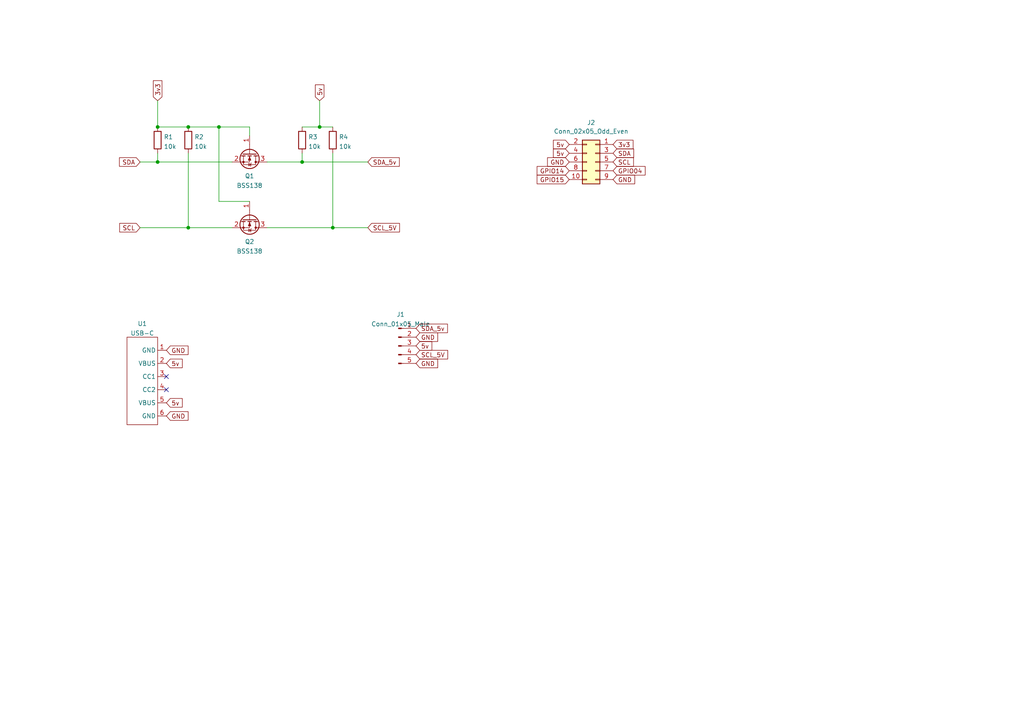
<source format=kicad_sch>
(kicad_sch (version 20211123) (generator eeschema)
  (paper "A4")
  (title_block (title "A³ Moc - Potiboard") (date "2022-09-27") (rev "v.0.3") (company "A3 Audio UG (haftungsbeschränkt)") (comment 1 "Felix Dahmen") (comment 3 "https://github.com/a3-audio/a3-hardware") (comment 4 "Licensed under CERN-OHL-S v2 or later"))
  (lib_symbols
    (symbol "3dAudioSym:USB-C"
      (property "Reference" "U" (at 2.54 5.08 0))
      (property "Value" "USB-C" (at -5.08 6.35 0))
      (symbol "USB-C_0_1"
        (rectangle (start -8.89 5.08) (end 0 -20.32) (stroke (width 0.1524)))
      )
      (symbol "USB-C_1_1"
        (pin power_out line (at 2.54 1.27 180) (length 2.54) (name "GND") (number "1"))
        (pin power_out line (at 2.54 -2.54 180) (length 2.54) (name "VBUS") (number "2"))
        (pin input line (at 2.54 -6.35 180) (length 2.54) (name "CC1") (number "3"))
        (pin input line (at 2.54 -10.16 180) (length 2.54) (name "CC2") (number "4"))
        (pin power_out line (at 2.54 -13.97 180) (length 2.54) (name "VBUS") (number "5"))
        (pin power_out line (at 2.54 -17.78 180) (length 2.54) (name "GND") (number "6"))
      )
    )
    (symbol "Connector:Conn_01x05_Male" (pin_names (offset 1.016) hide)
      (property "Reference" "J" (at 0 7.62 0))
      (property "Value" "Conn_01x05_Male" (at 0 -7.62 0))
      (symbol "Conn_01x05_Male_1_1"
        (polyline (pts (xy 1.27 -5.08) (xy 0.8636 -5.08)) (stroke (width 0.1524)))
        (polyline (pts (xy 1.27 -2.54) (xy 0.8636 -2.54)) (stroke (width 0.1524)))
        (polyline (pts (xy 1.27 0) (xy 0.8636 0)) (stroke (width 0.1524)))
        (polyline (pts (xy 1.27 2.54) (xy 0.8636 2.54)) (stroke (width 0.1524)))
        (polyline (pts (xy 1.27 5.08) (xy 0.8636 5.08)) (stroke (width 0.1524)))
        (rectangle (start 0.8636 -4.953) (end 0 -5.207) (stroke (width 0.1524)) (fill (type outline)))
        (rectangle (start 0.8636 -2.413) (end 0 -2.667) (stroke (width 0.1524)) (fill (type outline)))
        (rectangle (start 0.8636 0.127) (end 0 -0.127) (stroke (width 0.1524)) (fill (type outline)))
        (rectangle (start 0.8636 2.667) (end 0 2.413) (stroke (width 0.1524)) (fill (type outline)))
        (rectangle (start 0.8636 5.207) (end 0 4.953) (stroke (width 0.1524)) (fill (type outline)))
        (pin passive line (at 5.08 5.08 180) (length 3.81) (name "Pin_1") (number "1"))
        (pin passive line (at 5.08 2.54 180) (length 3.81) (name "Pin_2") (number "2"))
        (pin passive line (at 5.08 0 180) (length 3.81) (name "Pin_3") (number "3"))
        (pin passive line (at 5.08 -2.54 180) (length 3.81) (name "Pin_4") (number "4"))
        (pin passive line (at 5.08 -5.08 180) (length 3.81) (name "Pin_5") (number "5"))
      )
    )
    (symbol "Connector_Generic:Conn_02x05_Odd_Even" (pin_names (offset 1.016) hide)
      (property "Reference" "J" (at 1.27 7.62 0))
      (property "Value" "Conn_02x05_Odd_Even" (at 1.27 -7.62 0))
      (symbol "Conn_02x05_Odd_Even_1_1"
        (rectangle (start -1.27 -4.953) (end 0 -5.207) (stroke (width 0.1524)))
        (rectangle (start -1.27 -2.413) (end 0 -2.667) (stroke (width 0.1524)))
        (rectangle (start -1.27 0.127) (end 0 -0.127) (stroke (width 0.1524)))
        (rectangle (start -1.27 2.667) (end 0 2.413) (stroke (width 0.1524)))
        (rectangle (start -1.27 5.207) (end 0 4.953) (stroke (width 0.1524)))
        (rectangle (start -1.27 6.35) (end 3.81 -6.35) (stroke (width 0.254)) (fill (type background)))
        (rectangle (start 3.81 -4.953) (end 2.54 -5.207) (stroke (width 0.1524)))
        (rectangle (start 3.81 -2.413) (end 2.54 -2.667) (stroke (width 0.1524)))
        (rectangle (start 3.81 0.127) (end 2.54 -0.127) (stroke (width 0.1524)))
        (rectangle (start 3.81 2.667) (end 2.54 2.413) (stroke (width 0.1524)))
        (rectangle (start 3.81 5.207) (end 2.54 4.953) (stroke (width 0.1524)))
        (pin passive line (at -5.08 5.08 0) (length 3.81) (name "Pin_1") (number "1"))
        (pin passive line (at 7.62 -5.08 180) (length 3.81) (name "Pin_10") (number "10"))
        (pin passive line (at 7.62 5.08 180) (length 3.81) (name "Pin_2") (number "2"))
        (pin passive line (at -5.08 2.54 0) (length 3.81) (name "Pin_3") (number "3"))
        (pin passive line (at 7.62 2.54 180) (length 3.81) (name "Pin_4") (number "4"))
        (pin passive line (at -5.08 0 0) (length 3.81) (name "Pin_5") (number "5"))
        (pin passive line (at 7.62 0 180) (length 3.81) (name "Pin_6") (number "6"))
        (pin passive line (at -5.08 -2.54 0) (length 3.81) (name "Pin_7") (number "7"))
        (pin passive line (at 7.62 -2.54 180) (length 3.81) (name "Pin_8") (number "8"))
        (pin passive line (at -5.08 -5.08 0) (length 3.81) (name "Pin_9") (number "9"))
      )
    )
    (symbol "Device:R" (pin_numbers hide) (pin_names (offset 0))
      (property "Reference" "R" (at 2.032 0 90))
      (property "Value" "R" (at 0 0 90))
      (symbol "R_0_1"
        (rectangle (start -1.016 -2.54) (end 1.016 2.54) (stroke (width 0.254)))
      )
      (symbol "R_1_1"
        (pin passive line (at 0 3.81 270) (length 1.27) (name "~") (number "1"))
        (pin passive line (at 0 -3.81 90) (length 1.27) (name "~") (number "2"))
      )
    )
    (symbol "Transistor_FET:BSS138" (pin_names hide)
      (property "Reference" "Q" (at 5.08 1.905 0))
      (property "Value" "BSS138" (at 5.08 0 0))
      (symbol "BSS138_0_1"
        (polyline (pts (xy 0.254 0) (xy -2.54 0)))
        (polyline (pts (xy 0.254 1.905) (xy 0.254 -1.905)) (stroke (width 0.254)))
        (polyline (pts (xy 0.762 -1.27) (xy 0.762 -2.286)) (stroke (width 0.254)))
        (polyline (pts (xy 0.762 0.508) (xy 0.762 -0.508)) (stroke (width 0.254)))
        (polyline (pts (xy 0.762 2.286) (xy 0.762 1.27)) (stroke (width 0.254)))
        (polyline (pts (xy 2.54 2.54) (xy 2.54 1.778)))
        (polyline (pts (xy 2.54 -2.54) (xy 2.54 0) (xy 0.762 0)))
        (polyline (pts (xy 0.762 -1.778) (xy 3.302 -1.778) (xy 3.302 1.778) (xy 0.762 1.778)))
        (polyline (pts (xy 1.016 0) (xy 2.032 0.381) (xy 2.032 -0.381) (xy 1.016 0)) (fill (type outline)))
        (polyline (pts (xy 2.794 0.508) (xy 2.921 0.381) (xy 3.683 0.381) (xy 3.81 0.254)))
        (polyline (pts (xy 3.302 0.381) (xy 2.921 -0.254) (xy 3.683 -0.254) (xy 3.302 0.381)))
        (circle (center 1.651 0) (radius 2.794) (stroke (width 0.254)))
        (circle (center 2.54 -1.778) (radius 0.254) (fill (type outline)))
        (circle (center 2.54 1.778) (radius 0.254) (fill (type outline)))
      )
      (symbol "BSS138_1_1"
        (pin input line (at -5.08 0 0) (length 2.54) (name "G") (number "1"))
        (pin passive line (at 2.54 -5.08 90) (length 2.54) (name "S") (number "2"))
        (pin passive line (at 2.54 5.08 270) (length 2.54) (name "D") (number "3"))
      )
    )
  )
  (junction (at 45.72 46.99))
  (junction (at 63.5 36.83))
  (junction (at 54.61 36.83))
  (junction (at 92.71 36.83))
  (junction (at 45.72 36.83))
  (junction (at 96.52 66.04))
  (junction (at 54.61 66.04))
  (junction (at 87.63 46.99))
  (no_connect (at 48.26 113.03))
  (no_connect (at 48.26 109.22))
  (wire (pts (xy 63.5 58.42) (xy 72.39 58.42)))
  (wire (pts (xy 87.63 36.83) (xy 92.71 36.83)))
  (wire (pts (xy 87.63 46.99) (xy 106.68 46.99)))
  (wire (pts (xy 54.61 66.04) (xy 67.31 66.04)))
  (wire (pts (xy 96.52 44.45) (xy 96.52 66.04)))
  (wire (pts (xy 40.64 46.99) (xy 45.72 46.99)))
  (wire (pts (xy 63.5 36.83) (xy 63.5 58.42)))
  (wire (pts (xy 96.52 66.04) (xy 106.68 66.04)))
  (wire (pts (xy 45.72 46.99) (xy 67.31 46.99)))
  (wire (pts (xy 40.64 66.04) (xy 54.61 66.04)))
  (wire (pts (xy 77.47 46.99) (xy 87.63 46.99)))
  (wire (pts (xy 54.61 44.45) (xy 54.61 66.04)))
  (wire (pts (xy 45.72 44.45) (xy 45.72 46.99)))
  (wire (pts (xy 77.47 66.04) (xy 96.52 66.04)))
  (wire (pts (xy 45.72 36.83) (xy 54.61 36.83)))
  (wire (pts (xy 45.72 29.21) (xy 45.72 36.83)))
  (wire (pts (xy 87.63 44.45) (xy 87.63 46.99)))
  (wire (pts (xy 92.71 29.21) (xy 92.71 36.83)))
  (wire (pts (xy 54.61 36.83) (xy 63.5 36.83)))
  (wire (pts (xy 92.71 36.83) (xy 96.52 36.83)))
  (wire (pts (xy 72.39 36.83) (xy 72.39 39.37)))
  (wire (pts (xy 63.5 36.83) (xy 72.39 36.83)))
  (global_label "5v" (shape input) (at 92.71 29.21 90) (property "Intersheet References" "${INTERSHEET_REFS}" (effects hide)))
  (global_label "5v" (shape input) (at 48.26 105.41 0) (property "Intersheet References" "${INTERSHEET_REFS}" (effects hide)))
  (global_label "GND" (shape input) (at 120.65 97.79 0) (property "Intersheet References" "${INTERSHEET_REFS}" (effects hide)))
  (global_label "5v" (shape input) (at 120.65 100.33 0) (property "Intersheet References" "${INTERSHEET_REFS}" (effects hide)))
  (global_label "GND" (shape input) (at 177.8 52.07 0) (property "Intersheet References" "${INTERSHEET_REFS}" (effects hide)))
  (global_label "GPIO14" (shape input) (at 165.1 49.53 180) (property "Intersheet References" "${INTERSHEET_REFS}" (effects hide)))
  (global_label "SCL" (shape input) (at 40.64 66.04 180) (property "Intersheet References" "${INTERSHEET_REFS}" (effects hide)))
  (global_label "SDA" (shape input) (at 177.8 44.45 0) (property "Intersheet References" "${INTERSHEET_REFS}" (effects hide)))
  (global_label "SDA" (shape input) (at 40.64 46.99 180) (property "Intersheet References" "${INTERSHEET_REFS}" (effects hide)))
  (global_label "5v" (shape input) (at 165.1 41.91 180) (property "Intersheet References" "${INTERSHEET_REFS}" (effects hide)))
  (global_label "GPIO15" (shape input) (at 165.1 52.07 180) (property "Intersheet References" "${INTERSHEET_REFS}" (effects hide)))
  (global_label "3v3" (shape input) (at 177.8 41.91 0) (property "Intersheet References" "${INTERSHEET_REFS}" (effects hide)))
  (global_label "5v" (shape input) (at 48.26 116.84 0) (property "Intersheet References" "${INTERSHEET_REFS}" (effects hide)))
  (global_label "GPIO04" (shape input) (at 177.8 49.53 0) (property "Intersheet References" "${INTERSHEET_REFS}" (effects hide)))
  (global_label "GND" (shape input) (at 120.65 105.41 0) (property "Intersheet References" "${INTERSHEET_REFS}" (effects hide)))
  (global_label "GND" (shape input) (at 48.26 101.6 0) (property "Intersheet References" "${INTERSHEET_REFS}" (effects hide)))
  (global_label "SDA_5v" (shape input) (at 106.68 46.99 0) (property "Intersheet References" "${INTERSHEET_REFS}" (effects hide)))
  (global_label "3v3" (shape input) (at 45.72 29.21 90) (property "Intersheet References" "${INTERSHEET_REFS}" (effects hide)))
  (global_label "SCL" (shape input) (at 177.8 46.99 0) (property "Intersheet References" "${INTERSHEET_REFS}" (effects hide)))
  (global_label "GND" (shape input) (at 48.26 120.65 0) (property "Intersheet References" "${INTERSHEET_REFS}" (effects hide)))
  (global_label "SDA_5v" (shape input) (at 120.65 95.25 0) (property "Intersheet References" "${INTERSHEET_REFS}" (effects hide)))
  (global_label "SCL_5V" (shape input) (at 120.65 102.87 0) (property "Intersheet References" "${INTERSHEET_REFS}" (effects hide)))
  (global_label "5v" (shape input) (at 165.1 44.45 180) (property "Intersheet References" "${INTERSHEET_REFS}" (effects hide)))
  (global_label "GND" (shape input) (at 165.1 46.99 180) (property "Intersheet References" "${INTERSHEET_REFS}" (effects hide)))
  (global_label "SCL_5V" (shape input) (at 106.68 66.04 0) (property "Intersheet References" "${INTERSHEET_REFS}" (effects hide)))
  (symbol (lib_id "Transistor_FET:BSS138") (at 72.39 44.45 270) (unit 1)
    (property "Reference" "Q1" (at 72.39 51.0445 90))
    (property "Value" "BSS138" (at 72.39 53.8196 90))
    (property "Footprint" "3dAudioFoot:BSS138" (effects hide))
    (property "Datasheet" "https://www.onsemi.com/pub/Collateral/BSS138-D.PDF" (effects hide))
  )
  (symbol (lib_id "Transistor_FET:BSS138") (at 72.39 63.5 270) (unit 1)
    (property "Reference" "Q2" (at 72.39 70.0945 90))
    (property "Value" "BSS138" (at 72.39 72.8696 90))
    (property "Footprint" "3dAudioFoot:BSS138" (effects hide))
    (property "Datasheet" "https://www.onsemi.com/pub/Collateral/BSS138-D.PDF" (effects hide))
  )
  (symbol (lib_id "Device:R") (at 87.63 40.64 0) (unit 1)
    (property "Reference" "R3" (at 89.408 39.7315 0) (effects (justify left)))
    (property "Value" "10k" (at 89.408 42.5066 0) (effects (justify left)))
    (property "Footprint" "Resistor_SMD:R_1206_3216Metric_Pad1.30x1.75mm_HandSolder" (effects hide))
  )
  (symbol (lib_id "3dAudioSym:USB-C") (at 45.72 102.87 0) (unit 1)
    (property "Reference" "U1" (at 41.275 93.8743 0))
    (property "Value" "USB-C" (at 41.275 96.6494 0))
    (property "Footprint" "3dAudioFoot:USB-C" (effects hide))
  )
  (symbol (lib_id "Connector:Conn_01x05_Male") (at 115.57 100.33 0) (unit 1)
    (property "Reference" "J1" (at 116.205 91.2073 0))
    (property "Value" "Conn_01x05_Male" (at 116.205 93.9824 0))
    (property "Footprint" "Connector_PinHeader_2.54mm:PinHeader_1x05_P2.54mm_Vertical" (effects hide))
  )
  (symbol (lib_id "Device:R") (at 96.52 40.64 0) (unit 1)
    (property "Reference" "R4" (at 98.298 39.7315 0) (effects (justify left)))
    (property "Value" "10k" (at 98.298 42.5066 0) (effects (justify left)))
    (property "Footprint" "Resistor_SMD:R_1206_3216Metric_Pad1.30x1.75mm_HandSolder" (effects hide))
  )
  (symbol (lib_id "Connector_Generic:Conn_02x05_Odd_Even") (at 172.72 46.99 0) (mirror y) (unit 1)
    (property "Reference" "J2" (at 171.45 35.56 0))
    (property "Value" "Conn_02x05_Odd_Even" (at 171.45 38.1 0))
    (property "Footprint" "Connector_PinSocket_2.54mm:PinSocket_2x05_P2.54mm_Vertical" (effects hide))
  )
  (symbol (lib_id "Device:R") (at 45.72 40.64 0) (unit 1)
    (property "Reference" "R1" (at 47.498 39.7315 0) (effects (justify left)))
    (property "Value" "10k" (at 47.498 42.5066 0) (effects (justify left)))
    (property "Footprint" "Resistor_SMD:R_1206_3216Metric_Pad1.30x1.75mm_HandSolder" (effects hide))
  )
  (symbol (lib_id "Device:R") (at 54.61 40.64 0) (unit 1)
    (property "Reference" "R2" (at 56.388 39.7315 0) (effects (justify left)))
    (property "Value" "10k" (at 56.388 42.5066 0) (effects (justify left)))
    (property "Footprint" "Resistor_SMD:R_1206_3216Metric_Pad1.30x1.75mm_HandSolder" (effects hide))
  )
)
</source>
